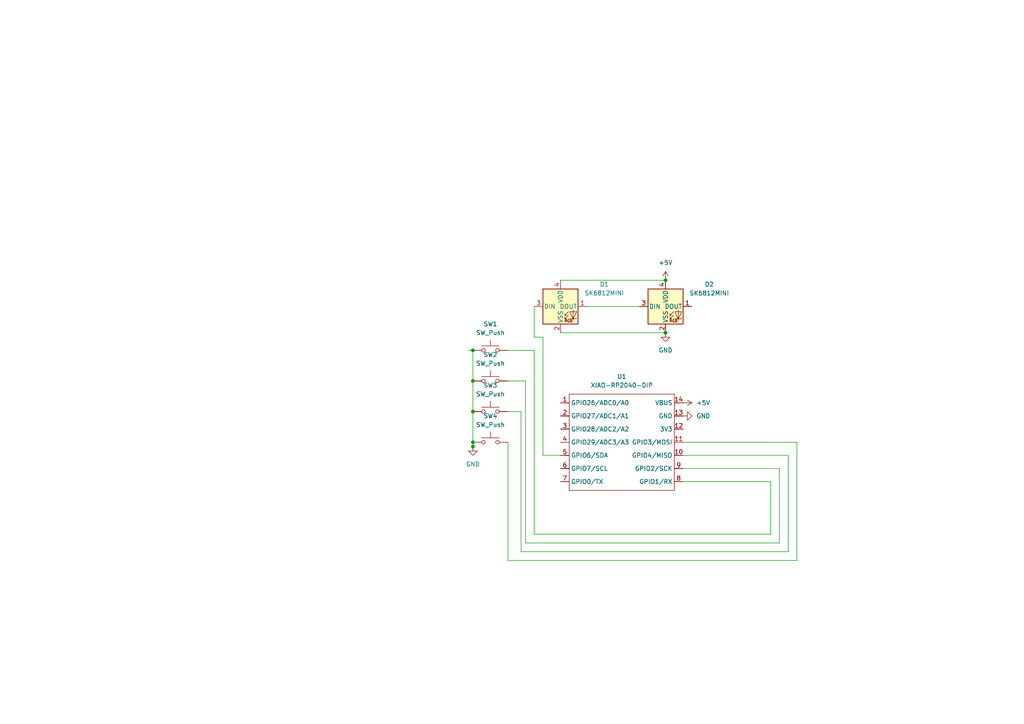
<source format=kicad_sch>
(kicad_sch
	(version 20250114)
	(generator "eeschema")
	(generator_version "9.0")
	(uuid "f419be78-21de-4b3d-8b80-8dd117e238b3")
	(paper "A4")
	(lib_symbols
		(symbol "LED:SK6812MINI"
			(pin_names
				(offset 0.254)
			)
			(exclude_from_sim no)
			(in_bom yes)
			(on_board yes)
			(property "Reference" "D"
				(at 5.08 5.715 0)
				(effects
					(font
						(size 1.27 1.27)
					)
					(justify right bottom)
				)
			)
			(property "Value" "SK6812MINI"
				(at 1.27 -5.715 0)
				(effects
					(font
						(size 1.27 1.27)
					)
					(justify left top)
				)
			)
			(property "Footprint" "LED_SMD:LED_SK6812MINI_PLCC4_3.5x3.5mm_P1.75mm"
				(at 1.27 -7.62 0)
				(effects
					(font
						(size 1.27 1.27)
					)
					(justify left top)
					(hide yes)
				)
			)
			(property "Datasheet" "https://cdn-shop.adafruit.com/product-files/2686/SK6812MINI_REV.01-1-2.pdf"
				(at 2.54 -9.525 0)
				(effects
					(font
						(size 1.27 1.27)
					)
					(justify left top)
					(hide yes)
				)
			)
			(property "Description" "RGB LED with integrated controller"
				(at 0 0 0)
				(effects
					(font
						(size 1.27 1.27)
					)
					(hide yes)
				)
			)
			(property "ki_keywords" "RGB LED NeoPixel Mini addressable"
				(at 0 0 0)
				(effects
					(font
						(size 1.27 1.27)
					)
					(hide yes)
				)
			)
			(property "ki_fp_filters" "LED*SK6812MINI*PLCC*3.5x3.5mm*P1.75mm*"
				(at 0 0 0)
				(effects
					(font
						(size 1.27 1.27)
					)
					(hide yes)
				)
			)
			(symbol "SK6812MINI_0_0"
				(text "RGB"
					(at 2.286 -4.191 0)
					(effects
						(font
							(size 0.762 0.762)
						)
					)
				)
			)
			(symbol "SK6812MINI_0_1"
				(polyline
					(pts
						(xy 1.27 -2.54) (xy 1.778 -2.54)
					)
					(stroke
						(width 0)
						(type default)
					)
					(fill
						(type none)
					)
				)
				(polyline
					(pts
						(xy 1.27 -3.556) (xy 1.778 -3.556)
					)
					(stroke
						(width 0)
						(type default)
					)
					(fill
						(type none)
					)
				)
				(polyline
					(pts
						(xy 2.286 -1.524) (xy 1.27 -2.54) (xy 1.27 -2.032)
					)
					(stroke
						(width 0)
						(type default)
					)
					(fill
						(type none)
					)
				)
				(polyline
					(pts
						(xy 2.286 -2.54) (xy 1.27 -3.556) (xy 1.27 -3.048)
					)
					(stroke
						(width 0)
						(type default)
					)
					(fill
						(type none)
					)
				)
				(polyline
					(pts
						(xy 3.683 -1.016) (xy 3.683 -3.556) (xy 3.683 -4.064)
					)
					(stroke
						(width 0)
						(type default)
					)
					(fill
						(type none)
					)
				)
				(polyline
					(pts
						(xy 4.699 -1.524) (xy 2.667 -1.524) (xy 3.683 -3.556) (xy 4.699 -1.524)
					)
					(stroke
						(width 0)
						(type default)
					)
					(fill
						(type none)
					)
				)
				(polyline
					(pts
						(xy 4.699 -3.556) (xy 2.667 -3.556)
					)
					(stroke
						(width 0)
						(type default)
					)
					(fill
						(type none)
					)
				)
				(rectangle
					(start 5.08 5.08)
					(end -5.08 -5.08)
					(stroke
						(width 0.254)
						(type default)
					)
					(fill
						(type background)
					)
				)
			)
			(symbol "SK6812MINI_1_1"
				(pin input line
					(at -7.62 0 0)
					(length 2.54)
					(name "DIN"
						(effects
							(font
								(size 1.27 1.27)
							)
						)
					)
					(number "3"
						(effects
							(font
								(size 1.27 1.27)
							)
						)
					)
				)
				(pin power_in line
					(at 0 7.62 270)
					(length 2.54)
					(name "VDD"
						(effects
							(font
								(size 1.27 1.27)
							)
						)
					)
					(number "4"
						(effects
							(font
								(size 1.27 1.27)
							)
						)
					)
				)
				(pin power_in line
					(at 0 -7.62 90)
					(length 2.54)
					(name "VSS"
						(effects
							(font
								(size 1.27 1.27)
							)
						)
					)
					(number "2"
						(effects
							(font
								(size 1.27 1.27)
							)
						)
					)
				)
				(pin output line
					(at 7.62 0 180)
					(length 2.54)
					(name "DOUT"
						(effects
							(font
								(size 1.27 1.27)
							)
						)
					)
					(number "1"
						(effects
							(font
								(size 1.27 1.27)
							)
						)
					)
				)
			)
			(embedded_fonts no)
		)
		(symbol "Switch:SW_Push"
			(pin_numbers
				(hide yes)
			)
			(pin_names
				(offset 1.016)
				(hide yes)
			)
			(exclude_from_sim no)
			(in_bom yes)
			(on_board yes)
			(property "Reference" "SW"
				(at 1.27 2.54 0)
				(effects
					(font
						(size 1.27 1.27)
					)
					(justify left)
				)
			)
			(property "Value" "SW_Push"
				(at 0 -1.524 0)
				(effects
					(font
						(size 1.27 1.27)
					)
				)
			)
			(property "Footprint" ""
				(at 0 5.08 0)
				(effects
					(font
						(size 1.27 1.27)
					)
					(hide yes)
				)
			)
			(property "Datasheet" "~"
				(at 0 5.08 0)
				(effects
					(font
						(size 1.27 1.27)
					)
					(hide yes)
				)
			)
			(property "Description" "Push button switch, generic, two pins"
				(at 0 0 0)
				(effects
					(font
						(size 1.27 1.27)
					)
					(hide yes)
				)
			)
			(property "ki_keywords" "switch normally-open pushbutton push-button"
				(at 0 0 0)
				(effects
					(font
						(size 1.27 1.27)
					)
					(hide yes)
				)
			)
			(symbol "SW_Push_0_1"
				(circle
					(center -2.032 0)
					(radius 0.508)
					(stroke
						(width 0)
						(type default)
					)
					(fill
						(type none)
					)
				)
				(polyline
					(pts
						(xy 0 1.27) (xy 0 3.048)
					)
					(stroke
						(width 0)
						(type default)
					)
					(fill
						(type none)
					)
				)
				(circle
					(center 2.032 0)
					(radius 0.508)
					(stroke
						(width 0)
						(type default)
					)
					(fill
						(type none)
					)
				)
				(polyline
					(pts
						(xy 2.54 1.27) (xy -2.54 1.27)
					)
					(stroke
						(width 0)
						(type default)
					)
					(fill
						(type none)
					)
				)
				(pin passive line
					(at -5.08 0 0)
					(length 2.54)
					(name "1"
						(effects
							(font
								(size 1.27 1.27)
							)
						)
					)
					(number "1"
						(effects
							(font
								(size 1.27 1.27)
							)
						)
					)
				)
				(pin passive line
					(at 5.08 0 180)
					(length 2.54)
					(name "2"
						(effects
							(font
								(size 1.27 1.27)
							)
						)
					)
					(number "2"
						(effects
							(font
								(size 1.27 1.27)
							)
						)
					)
				)
			)
			(embedded_fonts no)
		)
		(symbol "opl:XIAO-RP2040-DIP"
			(exclude_from_sim no)
			(in_bom yes)
			(on_board yes)
			(property "Reference" "U"
				(at 0 0 0)
				(effects
					(font
						(size 1.27 1.27)
					)
				)
			)
			(property "Value" "XIAO-RP2040-DIP"
				(at 5.334 -1.778 0)
				(effects
					(font
						(size 1.27 1.27)
					)
				)
			)
			(property "Footprint" "Module:MOUDLE14P-XIAO-DIP-SMD"
				(at 14.478 -32.258 0)
				(effects
					(font
						(size 1.27 1.27)
					)
					(hide yes)
				)
			)
			(property "Datasheet" ""
				(at 0 0 0)
				(effects
					(font
						(size 1.27 1.27)
					)
					(hide yes)
				)
			)
			(property "Description" ""
				(at 0 0 0)
				(effects
					(font
						(size 1.27 1.27)
					)
					(hide yes)
				)
			)
			(symbol "XIAO-RP2040-DIP_1_0"
				(polyline
					(pts
						(xy -1.27 -2.54) (xy 29.21 -2.54)
					)
					(stroke
						(width 0.1524)
						(type solid)
					)
					(fill
						(type none)
					)
				)
				(polyline
					(pts
						(xy -1.27 -5.08) (xy -2.54 -5.08)
					)
					(stroke
						(width 0.1524)
						(type solid)
					)
					(fill
						(type none)
					)
				)
				(polyline
					(pts
						(xy -1.27 -5.08) (xy -1.27 -2.54)
					)
					(stroke
						(width 0.1524)
						(type solid)
					)
					(fill
						(type none)
					)
				)
				(polyline
					(pts
						(xy -1.27 -8.89) (xy -2.54 -8.89)
					)
					(stroke
						(width 0.1524)
						(type solid)
					)
					(fill
						(type none)
					)
				)
				(polyline
					(pts
						(xy -1.27 -8.89) (xy -1.27 -5.08)
					)
					(stroke
						(width 0.1524)
						(type solid)
					)
					(fill
						(type none)
					)
				)
				(polyline
					(pts
						(xy -1.27 -12.7) (xy -2.54 -12.7)
					)
					(stroke
						(width 0.1524)
						(type solid)
					)
					(fill
						(type none)
					)
				)
				(polyline
					(pts
						(xy -1.27 -12.7) (xy -1.27 -8.89)
					)
					(stroke
						(width 0.1524)
						(type solid)
					)
					(fill
						(type none)
					)
				)
				(polyline
					(pts
						(xy -1.27 -16.51) (xy -2.54 -16.51)
					)
					(stroke
						(width 0.1524)
						(type solid)
					)
					(fill
						(type none)
					)
				)
				(polyline
					(pts
						(xy -1.27 -16.51) (xy -1.27 -12.7)
					)
					(stroke
						(width 0.1524)
						(type solid)
					)
					(fill
						(type none)
					)
				)
				(polyline
					(pts
						(xy -1.27 -20.32) (xy -2.54 -20.32)
					)
					(stroke
						(width 0.1524)
						(type solid)
					)
					(fill
						(type none)
					)
				)
				(polyline
					(pts
						(xy -1.27 -24.13) (xy -2.54 -24.13)
					)
					(stroke
						(width 0.1524)
						(type solid)
					)
					(fill
						(type none)
					)
				)
				(polyline
					(pts
						(xy -1.27 -27.94) (xy -2.54 -27.94)
					)
					(stroke
						(width 0.1524)
						(type solid)
					)
					(fill
						(type none)
					)
				)
				(polyline
					(pts
						(xy -1.27 -30.48) (xy -1.27 -16.51)
					)
					(stroke
						(width 0.1524)
						(type solid)
					)
					(fill
						(type none)
					)
				)
				(polyline
					(pts
						(xy 29.21 -2.54) (xy 29.21 -5.08)
					)
					(stroke
						(width 0.1524)
						(type solid)
					)
					(fill
						(type none)
					)
				)
				(polyline
					(pts
						(xy 29.21 -5.08) (xy 29.21 -8.89)
					)
					(stroke
						(width 0.1524)
						(type solid)
					)
					(fill
						(type none)
					)
				)
				(polyline
					(pts
						(xy 29.21 -8.89) (xy 29.21 -12.7)
					)
					(stroke
						(width 0.1524)
						(type solid)
					)
					(fill
						(type none)
					)
				)
				(polyline
					(pts
						(xy 29.21 -12.7) (xy 29.21 -30.48)
					)
					(stroke
						(width 0.1524)
						(type solid)
					)
					(fill
						(type none)
					)
				)
				(polyline
					(pts
						(xy 29.21 -30.48) (xy -1.27 -30.48)
					)
					(stroke
						(width 0.1524)
						(type solid)
					)
					(fill
						(type none)
					)
				)
				(polyline
					(pts
						(xy 30.48 -5.08) (xy 29.21 -5.08)
					)
					(stroke
						(width 0.1524)
						(type solid)
					)
					(fill
						(type none)
					)
				)
				(polyline
					(pts
						(xy 30.48 -8.89) (xy 29.21 -8.89)
					)
					(stroke
						(width 0.1524)
						(type solid)
					)
					(fill
						(type none)
					)
				)
				(polyline
					(pts
						(xy 30.48 -12.7) (xy 29.21 -12.7)
					)
					(stroke
						(width 0.1524)
						(type solid)
					)
					(fill
						(type none)
					)
				)
				(polyline
					(pts
						(xy 30.48 -16.51) (xy 29.21 -16.51)
					)
					(stroke
						(width 0.1524)
						(type solid)
					)
					(fill
						(type none)
					)
				)
				(polyline
					(pts
						(xy 30.48 -20.32) (xy 29.21 -20.32)
					)
					(stroke
						(width 0.1524)
						(type solid)
					)
					(fill
						(type none)
					)
				)
				(polyline
					(pts
						(xy 30.48 -24.13) (xy 29.21 -24.13)
					)
					(stroke
						(width 0.1524)
						(type solid)
					)
					(fill
						(type none)
					)
				)
				(polyline
					(pts
						(xy 30.48 -27.94) (xy 29.21 -27.94)
					)
					(stroke
						(width 0.1524)
						(type solid)
					)
					(fill
						(type none)
					)
				)
				(pin passive line
					(at -3.81 -5.08 0)
					(length 2.54)
					(name "GPIO26/ADC0/A0"
						(effects
							(font
								(size 1.27 1.27)
							)
						)
					)
					(number "1"
						(effects
							(font
								(size 1.27 1.27)
							)
						)
					)
				)
				(pin passive line
					(at -3.81 -8.89 0)
					(length 2.54)
					(name "GPIO27/ADC1/A1"
						(effects
							(font
								(size 1.27 1.27)
							)
						)
					)
					(number "2"
						(effects
							(font
								(size 1.27 1.27)
							)
						)
					)
				)
				(pin passive line
					(at -3.81 -12.7 0)
					(length 2.54)
					(name "GPIO28/ADC2/A2"
						(effects
							(font
								(size 1.27 1.27)
							)
						)
					)
					(number "3"
						(effects
							(font
								(size 1.27 1.27)
							)
						)
					)
				)
				(pin passive line
					(at -3.81 -16.51 0)
					(length 2.54)
					(name "GPIO29/ADC3/A3"
						(effects
							(font
								(size 1.27 1.27)
							)
						)
					)
					(number "4"
						(effects
							(font
								(size 1.27 1.27)
							)
						)
					)
				)
				(pin passive line
					(at -3.81 -20.32 0)
					(length 2.54)
					(name "GPIO6/SDA"
						(effects
							(font
								(size 1.27 1.27)
							)
						)
					)
					(number "5"
						(effects
							(font
								(size 1.27 1.27)
							)
						)
					)
				)
				(pin passive line
					(at -3.81 -24.13 0)
					(length 2.54)
					(name "GPIO7/SCL"
						(effects
							(font
								(size 1.27 1.27)
							)
						)
					)
					(number "6"
						(effects
							(font
								(size 1.27 1.27)
							)
						)
					)
				)
				(pin passive line
					(at -3.81 -27.94 0)
					(length 2.54)
					(name "GPIO0/TX"
						(effects
							(font
								(size 1.27 1.27)
							)
						)
					)
					(number "7"
						(effects
							(font
								(size 1.27 1.27)
							)
						)
					)
				)
				(pin passive line
					(at 31.75 -5.08 180)
					(length 2.54)
					(name "VBUS"
						(effects
							(font
								(size 1.27 1.27)
							)
						)
					)
					(number "14"
						(effects
							(font
								(size 1.27 1.27)
							)
						)
					)
				)
				(pin passive line
					(at 31.75 -8.89 180)
					(length 2.54)
					(name "GND"
						(effects
							(font
								(size 1.27 1.27)
							)
						)
					)
					(number "13"
						(effects
							(font
								(size 1.27 1.27)
							)
						)
					)
				)
				(pin passive line
					(at 31.75 -12.7 180)
					(length 2.54)
					(name "3V3"
						(effects
							(font
								(size 1.27 1.27)
							)
						)
					)
					(number "12"
						(effects
							(font
								(size 1.27 1.27)
							)
						)
					)
				)
				(pin passive line
					(at 31.75 -16.51 180)
					(length 2.54)
					(name "GPIO3/MOSI"
						(effects
							(font
								(size 1.27 1.27)
							)
						)
					)
					(number "11"
						(effects
							(font
								(size 1.27 1.27)
							)
						)
					)
				)
				(pin passive line
					(at 31.75 -20.32 180)
					(length 2.54)
					(name "GPIO4/MISO"
						(effects
							(font
								(size 1.27 1.27)
							)
						)
					)
					(number "10"
						(effects
							(font
								(size 1.27 1.27)
							)
						)
					)
				)
				(pin passive line
					(at 31.75 -24.13 180)
					(length 2.54)
					(name "GPIO2/SCK"
						(effects
							(font
								(size 1.27 1.27)
							)
						)
					)
					(number "9"
						(effects
							(font
								(size 1.27 1.27)
							)
						)
					)
				)
				(pin passive line
					(at 31.75 -27.94 180)
					(length 2.54)
					(name "GPIO1/RX"
						(effects
							(font
								(size 1.27 1.27)
							)
						)
					)
					(number "8"
						(effects
							(font
								(size 1.27 1.27)
							)
						)
					)
				)
			)
			(embedded_fonts no)
		)
		(symbol "power:+5V"
			(power)
			(pin_numbers
				(hide yes)
			)
			(pin_names
				(offset 0)
				(hide yes)
			)
			(exclude_from_sim no)
			(in_bom yes)
			(on_board yes)
			(property "Reference" "#PWR"
				(at 0 -3.81 0)
				(effects
					(font
						(size 1.27 1.27)
					)
					(hide yes)
				)
			)
			(property "Value" "+5V"
				(at 0 3.556 0)
				(effects
					(font
						(size 1.27 1.27)
					)
				)
			)
			(property "Footprint" ""
				(at 0 0 0)
				(effects
					(font
						(size 1.27 1.27)
					)
					(hide yes)
				)
			)
			(property "Datasheet" ""
				(at 0 0 0)
				(effects
					(font
						(size 1.27 1.27)
					)
					(hide yes)
				)
			)
			(property "Description" "Power symbol creates a global label with name \"+5V\""
				(at 0 0 0)
				(effects
					(font
						(size 1.27 1.27)
					)
					(hide yes)
				)
			)
			(property "ki_keywords" "global power"
				(at 0 0 0)
				(effects
					(font
						(size 1.27 1.27)
					)
					(hide yes)
				)
			)
			(symbol "+5V_0_1"
				(polyline
					(pts
						(xy -0.762 1.27) (xy 0 2.54)
					)
					(stroke
						(width 0)
						(type default)
					)
					(fill
						(type none)
					)
				)
				(polyline
					(pts
						(xy 0 2.54) (xy 0.762 1.27)
					)
					(stroke
						(width 0)
						(type default)
					)
					(fill
						(type none)
					)
				)
				(polyline
					(pts
						(xy 0 0) (xy 0 2.54)
					)
					(stroke
						(width 0)
						(type default)
					)
					(fill
						(type none)
					)
				)
			)
			(symbol "+5V_1_1"
				(pin power_in line
					(at 0 0 90)
					(length 0)
					(name "~"
						(effects
							(font
								(size 1.27 1.27)
							)
						)
					)
					(number "1"
						(effects
							(font
								(size 1.27 1.27)
							)
						)
					)
				)
			)
			(embedded_fonts no)
		)
		(symbol "power:GND"
			(power)
			(pin_numbers
				(hide yes)
			)
			(pin_names
				(offset 0)
				(hide yes)
			)
			(exclude_from_sim no)
			(in_bom yes)
			(on_board yes)
			(property "Reference" "#PWR"
				(at 0 -6.35 0)
				(effects
					(font
						(size 1.27 1.27)
					)
					(hide yes)
				)
			)
			(property "Value" "GND"
				(at 0 -3.81 0)
				(effects
					(font
						(size 1.27 1.27)
					)
				)
			)
			(property "Footprint" ""
				(at 0 0 0)
				(effects
					(font
						(size 1.27 1.27)
					)
					(hide yes)
				)
			)
			(property "Datasheet" ""
				(at 0 0 0)
				(effects
					(font
						(size 1.27 1.27)
					)
					(hide yes)
				)
			)
			(property "Description" "Power symbol creates a global label with name \"GND\" , ground"
				(at 0 0 0)
				(effects
					(font
						(size 1.27 1.27)
					)
					(hide yes)
				)
			)
			(property "ki_keywords" "global power"
				(at 0 0 0)
				(effects
					(font
						(size 1.27 1.27)
					)
					(hide yes)
				)
			)
			(symbol "GND_0_1"
				(polyline
					(pts
						(xy 0 0) (xy 0 -1.27) (xy 1.27 -1.27) (xy 0 -2.54) (xy -1.27 -1.27) (xy 0 -1.27)
					)
					(stroke
						(width 0)
						(type default)
					)
					(fill
						(type none)
					)
				)
			)
			(symbol "GND_1_1"
				(pin power_in line
					(at 0 0 270)
					(length 0)
					(name "~"
						(effects
							(font
								(size 1.27 1.27)
							)
						)
					)
					(number "1"
						(effects
							(font
								(size 1.27 1.27)
							)
						)
					)
				)
			)
			(embedded_fonts no)
		)
	)
	(junction
		(at 137.16 119.38)
		(diameter 0)
		(color 0 0 0 0)
		(uuid "2393888b-2f4b-4022-9a27-9c8470862d79")
	)
	(junction
		(at 137.16 110.49)
		(diameter 0)
		(color 0 0 0 0)
		(uuid "6d3b91c7-e78d-4aec-b46b-1c1fa625ce76")
	)
	(junction
		(at 137.16 128.27)
		(diameter 0)
		(color 0 0 0 0)
		(uuid "a2487bc8-190f-4d9c-8a8e-9f4dfad7605c")
	)
	(junction
		(at 137.16 101.6)
		(diameter 0)
		(color 0 0 0 0)
		(uuid "c7c4cc72-5945-4a14-b0e0-15dec01064ee")
	)
	(junction
		(at 137.16 129.54)
		(diameter 0)
		(color 0 0 0 0)
		(uuid "d0cfd7fc-587f-44e6-852c-6eab041d04e7")
	)
	(junction
		(at 193.04 81.28)
		(diameter 0)
		(color 0 0 0 0)
		(uuid "d71e5cac-35df-4812-9ad1-9359bf6007f1")
	)
	(junction
		(at 193.04 96.52)
		(diameter 0)
		(color 0 0 0 0)
		(uuid "f3dcd31b-b254-4e2a-ae91-6715d64996ab")
	)
	(wire
		(pts
			(xy 228.6 160.02) (xy 151.13 160.02)
		)
		(stroke
			(width 0)
			(type default)
		)
		(uuid "00f2299c-1ee4-422d-bda1-093cb723641b")
	)
	(wire
		(pts
			(xy 231.14 128.27) (xy 231.14 162.56)
		)
		(stroke
			(width 0)
			(type default)
		)
		(uuid "09abfaa4-e55c-483e-8b7e-65eefb3ba6cd")
	)
	(wire
		(pts
			(xy 223.52 139.7) (xy 223.52 154.94)
		)
		(stroke
			(width 0)
			(type default)
		)
		(uuid "0dcd38ee-9898-4365-9877-f0ace756ae60")
	)
	(wire
		(pts
			(xy 198.12 132.08) (xy 228.6 132.08)
		)
		(stroke
			(width 0)
			(type default)
		)
		(uuid "13b0dfae-e0f9-4d25-aeb1-7bec8db5b98e")
	)
	(wire
		(pts
			(xy 228.6 132.08) (xy 228.6 160.02)
		)
		(stroke
			(width 0)
			(type default)
		)
		(uuid "2f7764db-5523-4a8c-8e16-ddbb62dec902")
	)
	(wire
		(pts
			(xy 198.12 128.27) (xy 231.14 128.27)
		)
		(stroke
			(width 0)
			(type default)
		)
		(uuid "33501a49-431c-491a-a19f-2be07375b1fe")
	)
	(wire
		(pts
			(xy 162.56 81.28) (xy 193.04 81.28)
		)
		(stroke
			(width 0)
			(type default)
		)
		(uuid "3ab5bc82-a987-4437-8660-9d0505d0b8b2")
	)
	(wire
		(pts
			(xy 154.94 97.79) (xy 154.94 88.9)
		)
		(stroke
			(width 0)
			(type default)
		)
		(uuid "43f7c038-031a-41dd-80de-cd78fc1180e7")
	)
	(wire
		(pts
			(xy 154.94 101.6) (xy 147.32 101.6)
		)
		(stroke
			(width 0)
			(type default)
		)
		(uuid "53cb2e7d-aaf6-41ec-90f2-09c2f5cba100")
	)
	(wire
		(pts
			(xy 162.56 132.08) (xy 157.48 132.08)
		)
		(stroke
			(width 0)
			(type default)
		)
		(uuid "5efba0b7-b260-4e8e-a7e9-7d12e682aa0f")
	)
	(wire
		(pts
			(xy 137.16 119.38) (xy 137.16 128.27)
		)
		(stroke
			(width 0)
			(type default)
		)
		(uuid "63b503a8-6baa-45ff-97b7-edfdaec43823")
	)
	(wire
		(pts
			(xy 157.48 132.08) (xy 157.48 97.79)
		)
		(stroke
			(width 0)
			(type default)
		)
		(uuid "68f4e872-a8ad-4423-8ac9-d978dcc9ac76")
	)
	(wire
		(pts
			(xy 137.16 129.54) (xy 137.16 130.81)
		)
		(stroke
			(width 0)
			(type default)
		)
		(uuid "70974d68-35b8-4cdd-96de-686fa428c899")
	)
	(wire
		(pts
			(xy 147.32 162.56) (xy 147.32 128.27)
		)
		(stroke
			(width 0)
			(type default)
		)
		(uuid "74852472-ff23-4258-87e9-9fc607c6006d")
	)
	(wire
		(pts
			(xy 157.48 97.79) (xy 154.94 97.79)
		)
		(stroke
			(width 0)
			(type default)
		)
		(uuid "7a640187-724b-4747-b1a3-f0eb24a3159e")
	)
	(wire
		(pts
			(xy 151.13 160.02) (xy 151.13 119.38)
		)
		(stroke
			(width 0)
			(type default)
		)
		(uuid "7e933fc6-54d8-4cad-b128-30d0e46a19c0")
	)
	(wire
		(pts
			(xy 137.16 101.6) (xy 135.89 101.6)
		)
		(stroke
			(width 0)
			(type default)
		)
		(uuid "85403bbe-d65f-42ab-8e8b-5824b1cc071f")
	)
	(wire
		(pts
			(xy 152.4 110.49) (xy 147.32 110.49)
		)
		(stroke
			(width 0)
			(type default)
		)
		(uuid "8b537e2c-32f9-4e2b-a69d-0fb6f7b91309")
	)
	(wire
		(pts
			(xy 198.12 135.89) (xy 226.06 135.89)
		)
		(stroke
			(width 0)
			(type default)
		)
		(uuid "952e12d8-f264-4553-9d3b-92cd472446d0")
	)
	(wire
		(pts
			(xy 137.16 101.6) (xy 137.16 110.49)
		)
		(stroke
			(width 0)
			(type default)
		)
		(uuid "a0e16a20-fb44-45da-9b21-ef31cf1d974a")
	)
	(wire
		(pts
			(xy 137.16 128.27) (xy 137.16 129.54)
		)
		(stroke
			(width 0)
			(type default)
		)
		(uuid "accb3942-4a4f-4dc7-9b6a-3854c410ff45")
	)
	(wire
		(pts
			(xy 226.06 135.89) (xy 226.06 157.48)
		)
		(stroke
			(width 0)
			(type default)
		)
		(uuid "ad9a8757-18ae-4470-8b7b-a6c92d5c69e5")
	)
	(wire
		(pts
			(xy 226.06 157.48) (xy 152.4 157.48)
		)
		(stroke
			(width 0)
			(type default)
		)
		(uuid "adf6ecb2-94e8-4ce2-b7d2-3b05a13ac8bd")
	)
	(wire
		(pts
			(xy 162.56 96.52) (xy 193.04 96.52)
		)
		(stroke
			(width 0)
			(type default)
		)
		(uuid "b223ce65-2805-4c9e-b248-4bbe9935bb6b")
	)
	(wire
		(pts
			(xy 170.18 88.9) (xy 185.42 88.9)
		)
		(stroke
			(width 0)
			(type default)
		)
		(uuid "b6d0df76-f86d-4b81-9c52-a22e68df0c30")
	)
	(wire
		(pts
			(xy 198.12 139.7) (xy 223.52 139.7)
		)
		(stroke
			(width 0)
			(type default)
		)
		(uuid "c0059b27-4b04-4c9b-b328-f9189ccf75d2")
	)
	(wire
		(pts
			(xy 137.16 110.49) (xy 137.16 119.38)
		)
		(stroke
			(width 0)
			(type default)
		)
		(uuid "c78abde2-c9f9-4217-8a02-0e4f3321b391")
	)
	(wire
		(pts
			(xy 231.14 162.56) (xy 147.32 162.56)
		)
		(stroke
			(width 0)
			(type default)
		)
		(uuid "c98b8a32-8bb3-4752-b663-9d60f90ff77a")
	)
	(wire
		(pts
			(xy 147.32 119.38) (xy 151.13 119.38)
		)
		(stroke
			(width 0)
			(type default)
		)
		(uuid "e96c9bfc-e8ce-46af-8df6-dd1c83afccb5")
	)
	(wire
		(pts
			(xy 154.94 154.94) (xy 154.94 101.6)
		)
		(stroke
			(width 0)
			(type default)
		)
		(uuid "eaba4438-5c3d-49fa-9096-7c22ba9b716f")
	)
	(wire
		(pts
			(xy 152.4 157.48) (xy 152.4 110.49)
		)
		(stroke
			(width 0)
			(type default)
		)
		(uuid "f6ab0d1b-ab89-4de6-bf96-a81becf7a0aa")
	)
	(wire
		(pts
			(xy 223.52 154.94) (xy 154.94 154.94)
		)
		(stroke
			(width 0)
			(type default)
		)
		(uuid "ffd03ee1-ef51-4d59-b1fd-f055fe5ba08f")
	)
	(symbol
		(lib_id "power:GND")
		(at 198.12 120.65 90)
		(unit 1)
		(exclude_from_sim no)
		(in_bom yes)
		(on_board yes)
		(dnp no)
		(fields_autoplaced yes)
		(uuid "04178363-dd5a-4c22-9994-7e6137e664d0")
		(property "Reference" "#PWR02"
			(at 204.47 120.65 0)
			(effects
				(font
					(size 1.27 1.27)
				)
				(hide yes)
			)
		)
		(property "Value" "GND"
			(at 201.93 120.6499 90)
			(effects
				(font
					(size 1.27 1.27)
				)
				(justify right)
			)
		)
		(property "Footprint" ""
			(at 198.12 120.65 0)
			(effects
				(font
					(size 1.27 1.27)
				)
				(hide yes)
			)
		)
		(property "Datasheet" ""
			(at 198.12 120.65 0)
			(effects
				(font
					(size 1.27 1.27)
				)
				(hide yes)
			)
		)
		(property "Description" "Power symbol creates a global label with name \"GND\" , ground"
			(at 198.12 120.65 0)
			(effects
				(font
					(size 1.27 1.27)
				)
				(hide yes)
			)
		)
		(pin "1"
			(uuid "e442704e-5e31-424c-9036-bb8234ea9b24")
		)
		(instances
			(project ""
				(path "/f419be78-21de-4b3d-8b80-8dd117e238b3"
					(reference "#PWR02")
					(unit 1)
				)
			)
		)
	)
	(symbol
		(lib_id "power:GND")
		(at 137.16 129.54 0)
		(unit 1)
		(exclude_from_sim no)
		(in_bom yes)
		(on_board yes)
		(dnp no)
		(fields_autoplaced yes)
		(uuid "0423441b-87c4-41a7-91e1-4b920add5805")
		(property "Reference" "#PWR01"
			(at 137.16 135.89 0)
			(effects
				(font
					(size 1.27 1.27)
				)
				(hide yes)
			)
		)
		(property "Value" "GND"
			(at 137.16 134.62 0)
			(effects
				(font
					(size 1.27 1.27)
				)
			)
		)
		(property "Footprint" ""
			(at 137.16 129.54 0)
			(effects
				(font
					(size 1.27 1.27)
				)
				(hide yes)
			)
		)
		(property "Datasheet" ""
			(at 137.16 129.54 0)
			(effects
				(font
					(size 1.27 1.27)
				)
				(hide yes)
			)
		)
		(property "Description" "Power symbol creates a global label with name \"GND\" , ground"
			(at 137.16 129.54 0)
			(effects
				(font
					(size 1.27 1.27)
				)
				(hide yes)
			)
		)
		(pin "1"
			(uuid "1f1a72da-a706-402a-ab77-284111680004")
		)
		(instances
			(project ""
				(path "/f419be78-21de-4b3d-8b80-8dd117e238b3"
					(reference "#PWR01")
					(unit 1)
				)
			)
		)
	)
	(symbol
		(lib_id "Switch:SW_Push")
		(at 142.24 110.49 0)
		(unit 1)
		(exclude_from_sim no)
		(in_bom yes)
		(on_board yes)
		(dnp no)
		(fields_autoplaced yes)
		(uuid "092afed1-3166-4b11-bb1a-7e3330510521")
		(property "Reference" "SW2"
			(at 142.24 102.87 0)
			(effects
				(font
					(size 1.27 1.27)
				)
			)
		)
		(property "Value" "SW_Push"
			(at 142.24 105.41 0)
			(effects
				(font
					(size 1.27 1.27)
				)
			)
		)
		(property "Footprint" "Button_Switch_Keyboard:SW_Cherry_MX_1.00u_PCB"
			(at 142.24 105.41 0)
			(effects
				(font
					(size 1.27 1.27)
				)
				(hide yes)
			)
		)
		(property "Datasheet" "~"
			(at 142.24 105.41 0)
			(effects
				(font
					(size 1.27 1.27)
				)
				(hide yes)
			)
		)
		(property "Description" "Push button switch, generic, two pins"
			(at 142.24 110.49 0)
			(effects
				(font
					(size 1.27 1.27)
				)
				(hide yes)
			)
		)
		(pin "2"
			(uuid "f73eb4f6-966d-4a00-9b02-ac39d503568c")
		)
		(pin "1"
			(uuid "127c1acc-42e0-450a-b831-31b6daa7a8b7")
		)
		(instances
			(project ""
				(path "/f419be78-21de-4b3d-8b80-8dd117e238b3"
					(reference "SW2")
					(unit 1)
				)
			)
		)
	)
	(symbol
		(lib_id "LED:SK6812MINI")
		(at 162.56 88.9 0)
		(unit 1)
		(exclude_from_sim no)
		(in_bom yes)
		(on_board yes)
		(dnp no)
		(fields_autoplaced yes)
		(uuid "24c0cd56-77d9-4625-a265-b71dda24196f")
		(property "Reference" "D1"
			(at 175.26 82.4798 0)
			(effects
				(font
					(size 1.27 1.27)
				)
			)
		)
		(property "Value" "SK6812MINI"
			(at 175.26 85.0198 0)
			(effects
				(font
					(size 1.27 1.27)
				)
			)
		)
		(property "Footprint" "LED_SMD:LED_SK6812MINI_PLCC4_3.5x3.5mm_P1.75mm"
			(at 163.83 96.52 0)
			(effects
				(font
					(size 1.27 1.27)
				)
				(justify left top)
				(hide yes)
			)
		)
		(property "Datasheet" "https://cdn-shop.adafruit.com/product-files/2686/SK6812MINI_REV.01-1-2.pdf"
			(at 165.1 98.425 0)
			(effects
				(font
					(size 1.27 1.27)
				)
				(justify left top)
				(hide yes)
			)
		)
		(property "Description" "RGB LED with integrated controller"
			(at 162.56 88.9 0)
			(effects
				(font
					(size 1.27 1.27)
				)
				(hide yes)
			)
		)
		(pin "3"
			(uuid "9a399589-bc0b-472d-af34-91df1d3702f8")
		)
		(pin "2"
			(uuid "a6e89e77-9c72-45c3-84cd-f7dda58ca255")
		)
		(pin "4"
			(uuid "b5daae7b-e0ee-4ab7-92fc-7794ff0a07cc")
		)
		(pin "1"
			(uuid "cb4df7e5-69cf-4199-89bc-4449725852ad")
		)
		(instances
			(project ""
				(path "/f419be78-21de-4b3d-8b80-8dd117e238b3"
					(reference "D1")
					(unit 1)
				)
			)
		)
	)
	(symbol
		(lib_id "opl:XIAO-RP2040-DIP")
		(at 166.37 111.76 0)
		(unit 1)
		(exclude_from_sim no)
		(in_bom yes)
		(on_board yes)
		(dnp no)
		(fields_autoplaced yes)
		(uuid "37b6ddfe-ec5f-417c-9152-9196822021aa")
		(property "Reference" "U1"
			(at 180.34 109.22 0)
			(effects
				(font
					(size 1.27 1.27)
				)
			)
		)
		(property "Value" "XIAO-RP2040-DIP"
			(at 180.34 111.76 0)
			(effects
				(font
					(size 1.27 1.27)
				)
			)
		)
		(property "Footprint" "opl:XIAO-RP2040-DIP"
			(at 180.848 144.018 0)
			(effects
				(font
					(size 1.27 1.27)
				)
				(hide yes)
			)
		)
		(property "Datasheet" ""
			(at 166.37 111.76 0)
			(effects
				(font
					(size 1.27 1.27)
				)
				(hide yes)
			)
		)
		(property "Description" ""
			(at 166.37 111.76 0)
			(effects
				(font
					(size 1.27 1.27)
				)
				(hide yes)
			)
		)
		(pin "14"
			(uuid "4b78c45d-96f7-48d3-8df0-bb3cb12f03f2")
		)
		(pin "2"
			(uuid "f2d97953-8359-4e4c-a554-970805d64f27")
		)
		(pin "3"
			(uuid "6e234db2-4883-421f-99b9-e7a45b777409")
		)
		(pin "4"
			(uuid "04b7cd0a-d8f6-48ad-b638-dc7b7c9bc3c2")
		)
		(pin "1"
			(uuid "0ad19554-ee52-4429-af31-025a8a9b3be5")
		)
		(pin "5"
			(uuid "4382332a-a2ff-462b-a6d9-3b150fa6a177")
		)
		(pin "6"
			(uuid "f755581d-cf7b-472a-ba52-48690edf0f9f")
		)
		(pin "7"
			(uuid "1f68fa9a-5a0e-4d00-aa54-9d6318756305")
		)
		(pin "8"
			(uuid "47a8b2b4-75ff-4a27-9b35-6885d4f16744")
		)
		(pin "10"
			(uuid "0aca1993-e382-4bcf-a11c-61bbc2821c37")
		)
		(pin "13"
			(uuid "80c1149a-5593-447e-86ed-ac4b1be47089")
		)
		(pin "11"
			(uuid "9d3aff7a-5afa-400e-9a00-ffb54e6089f7")
		)
		(pin "9"
			(uuid "59287d4d-ebff-4bb1-83ee-a0bbcb2ae09d")
		)
		(pin "12"
			(uuid "b80ed63d-0e32-4a1f-a675-1d751b85cee9")
		)
		(instances
			(project ""
				(path "/f419be78-21de-4b3d-8b80-8dd117e238b3"
					(reference "U1")
					(unit 1)
				)
			)
		)
	)
	(symbol
		(lib_id "Switch:SW_Push")
		(at 142.24 119.38 0)
		(unit 1)
		(exclude_from_sim no)
		(in_bom yes)
		(on_board yes)
		(dnp no)
		(fields_autoplaced yes)
		(uuid "4267406b-926e-43b4-980f-8bfd775ca6b1")
		(property "Reference" "SW3"
			(at 142.24 111.76 0)
			(effects
				(font
					(size 1.27 1.27)
				)
			)
		)
		(property "Value" "SW_Push"
			(at 142.24 114.3 0)
			(effects
				(font
					(size 1.27 1.27)
				)
			)
		)
		(property "Footprint" "Button_Switch_Keyboard:SW_Cherry_MX_1.00u_PCB"
			(at 142.24 114.3 0)
			(effects
				(font
					(size 1.27 1.27)
				)
				(hide yes)
			)
		)
		(property "Datasheet" "~"
			(at 142.24 114.3 0)
			(effects
				(font
					(size 1.27 1.27)
				)
				(hide yes)
			)
		)
		(property "Description" "Push button switch, generic, two pins"
			(at 142.24 119.38 0)
			(effects
				(font
					(size 1.27 1.27)
				)
				(hide yes)
			)
		)
		(pin "2"
			(uuid "27b4df13-c587-4879-b3e5-68c84043e692")
		)
		(pin "1"
			(uuid "3bf9b3af-ab4a-4f7e-966a-e895dc2b0781")
		)
		(instances
			(project ""
				(path "/f419be78-21de-4b3d-8b80-8dd117e238b3"
					(reference "SW3")
					(unit 1)
				)
			)
		)
	)
	(symbol
		(lib_id "power:+5V")
		(at 198.12 116.84 270)
		(unit 1)
		(exclude_from_sim no)
		(in_bom yes)
		(on_board yes)
		(dnp no)
		(fields_autoplaced yes)
		(uuid "42cdebfb-c2c3-4bec-a171-502006f4b240")
		(property "Reference" "#PWR03"
			(at 194.31 116.84 0)
			(effects
				(font
					(size 1.27 1.27)
				)
				(hide yes)
			)
		)
		(property "Value" "+5V"
			(at 201.93 116.8399 90)
			(effects
				(font
					(size 1.27 1.27)
				)
				(justify left)
			)
		)
		(property "Footprint" ""
			(at 198.12 116.84 0)
			(effects
				(font
					(size 1.27 1.27)
				)
				(hide yes)
			)
		)
		(property "Datasheet" ""
			(at 198.12 116.84 0)
			(effects
				(font
					(size 1.27 1.27)
				)
				(hide yes)
			)
		)
		(property "Description" "Power symbol creates a global label with name \"+5V\""
			(at 198.12 116.84 0)
			(effects
				(font
					(size 1.27 1.27)
				)
				(hide yes)
			)
		)
		(pin "1"
			(uuid "fa0218ef-e7f8-4fde-a2f8-b0e94284b6b6")
		)
		(instances
			(project ""
				(path "/f419be78-21de-4b3d-8b80-8dd117e238b3"
					(reference "#PWR03")
					(unit 1)
				)
			)
		)
	)
	(symbol
		(lib_id "Switch:SW_Push")
		(at 142.24 101.6 0)
		(unit 1)
		(exclude_from_sim no)
		(in_bom yes)
		(on_board yes)
		(dnp no)
		(fields_autoplaced yes)
		(uuid "56271c9c-c1de-4526-a346-1737d756c528")
		(property "Reference" "SW1"
			(at 142.24 93.98 0)
			(effects
				(font
					(size 1.27 1.27)
				)
			)
		)
		(property "Value" "SW_Push"
			(at 142.24 96.52 0)
			(effects
				(font
					(size 1.27 1.27)
				)
			)
		)
		(property "Footprint" "Button_Switch_Keyboard:SW_Cherry_MX_1.00u_PCB"
			(at 142.24 96.52 0)
			(effects
				(font
					(size 1.27 1.27)
				)
				(hide yes)
			)
		)
		(property "Datasheet" "~"
			(at 142.24 96.52 0)
			(effects
				(font
					(size 1.27 1.27)
				)
				(hide yes)
			)
		)
		(property "Description" "Push button switch, generic, two pins"
			(at 142.24 101.6 0)
			(effects
				(font
					(size 1.27 1.27)
				)
				(hide yes)
			)
		)
		(pin "1"
			(uuid "b06e2bf0-bd30-4728-84bf-9f9ba45119da")
		)
		(pin "2"
			(uuid "cc9d49dd-2967-4b22-96cb-5d3402173b49")
		)
		(instances
			(project ""
				(path "/f419be78-21de-4b3d-8b80-8dd117e238b3"
					(reference "SW1")
					(unit 1)
				)
			)
		)
	)
	(symbol
		(lib_id "power:GND")
		(at 193.04 96.52 0)
		(unit 1)
		(exclude_from_sim no)
		(in_bom yes)
		(on_board yes)
		(dnp no)
		(fields_autoplaced yes)
		(uuid "621334c0-89ca-4603-bff2-c95a829332af")
		(property "Reference" "#PWR05"
			(at 193.04 102.87 0)
			(effects
				(font
					(size 1.27 1.27)
				)
				(hide yes)
			)
		)
		(property "Value" "GND"
			(at 193.04 101.6 0)
			(effects
				(font
					(size 1.27 1.27)
				)
			)
		)
		(property "Footprint" ""
			(at 193.04 96.52 0)
			(effects
				(font
					(size 1.27 1.27)
				)
				(hide yes)
			)
		)
		(property "Datasheet" ""
			(at 193.04 96.52 0)
			(effects
				(font
					(size 1.27 1.27)
				)
				(hide yes)
			)
		)
		(property "Description" "Power symbol creates a global label with name \"GND\" , ground"
			(at 193.04 96.52 0)
			(effects
				(font
					(size 1.27 1.27)
				)
				(hide yes)
			)
		)
		(pin "1"
			(uuid "e18c7ae9-b5d9-4aa8-9ba6-c115d3d84853")
		)
		(instances
			(project ""
				(path "/f419be78-21de-4b3d-8b80-8dd117e238b3"
					(reference "#PWR05")
					(unit 1)
				)
			)
		)
	)
	(symbol
		(lib_id "LED:SK6812MINI")
		(at 193.04 88.9 0)
		(unit 1)
		(exclude_from_sim no)
		(in_bom yes)
		(on_board yes)
		(dnp no)
		(fields_autoplaced yes)
		(uuid "66be945f-d572-4b37-9483-d2e42b8ce228")
		(property "Reference" "D2"
			(at 205.74 82.4798 0)
			(effects
				(font
					(size 1.27 1.27)
				)
			)
		)
		(property "Value" "SK6812MINI"
			(at 205.74 85.0198 0)
			(effects
				(font
					(size 1.27 1.27)
				)
			)
		)
		(property "Footprint" "LED_SMD:LED_SK6812MINI_PLCC4_3.5x3.5mm_P1.75mm"
			(at 194.31 96.52 0)
			(effects
				(font
					(size 1.27 1.27)
				)
				(justify left top)
				(hide yes)
			)
		)
		(property "Datasheet" "https://cdn-shop.adafruit.com/product-files/2686/SK6812MINI_REV.01-1-2.pdf"
			(at 195.58 98.425 0)
			(effects
				(font
					(size 1.27 1.27)
				)
				(justify left top)
				(hide yes)
			)
		)
		(property "Description" "RGB LED with integrated controller"
			(at 193.04 88.9 0)
			(effects
				(font
					(size 1.27 1.27)
				)
				(hide yes)
			)
		)
		(pin "1"
			(uuid "010b0eae-57a5-400b-b369-0021ea55c483")
		)
		(pin "4"
			(uuid "49e56e9a-6004-4a8f-8e10-c12175e57267")
		)
		(pin "2"
			(uuid "ef7c58b0-cc7d-4905-822f-13bab6e4b683")
		)
		(pin "3"
			(uuid "d10fe509-c7b5-47bf-8bb8-5c5de95e8a40")
		)
		(instances
			(project ""
				(path "/f419be78-21de-4b3d-8b80-8dd117e238b3"
					(reference "D2")
					(unit 1)
				)
			)
		)
	)
	(symbol
		(lib_id "power:+5V")
		(at 193.04 81.28 0)
		(unit 1)
		(exclude_from_sim no)
		(in_bom yes)
		(on_board yes)
		(dnp no)
		(fields_autoplaced yes)
		(uuid "bac68e0a-a306-4f61-ad75-7dcdbcf43d8b")
		(property "Reference" "#PWR04"
			(at 193.04 85.09 0)
			(effects
				(font
					(size 1.27 1.27)
				)
				(hide yes)
			)
		)
		(property "Value" "+5V"
			(at 193.04 76.2 0)
			(effects
				(font
					(size 1.27 1.27)
				)
			)
		)
		(property "Footprint" ""
			(at 193.04 81.28 0)
			(effects
				(font
					(size 1.27 1.27)
				)
				(hide yes)
			)
		)
		(property "Datasheet" ""
			(at 193.04 81.28 0)
			(effects
				(font
					(size 1.27 1.27)
				)
				(hide yes)
			)
		)
		(property "Description" "Power symbol creates a global label with name \"+5V\""
			(at 193.04 81.28 0)
			(effects
				(font
					(size 1.27 1.27)
				)
				(hide yes)
			)
		)
		(pin "1"
			(uuid "56469475-8cd4-4275-8071-0fdf4b1f80e4")
		)
		(instances
			(project ""
				(path "/f419be78-21de-4b3d-8b80-8dd117e238b3"
					(reference "#PWR04")
					(unit 1)
				)
			)
		)
	)
	(symbol
		(lib_id "Switch:SW_Push")
		(at 142.24 128.27 0)
		(unit 1)
		(exclude_from_sim no)
		(in_bom yes)
		(on_board yes)
		(dnp no)
		(uuid "d5a38b08-a261-4731-b4ce-1bbb7e6aed40")
		(property "Reference" "SW4"
			(at 142.24 120.65 0)
			(effects
				(font
					(size 1.27 1.27)
				)
			)
		)
		(property "Value" "SW_Push"
			(at 142.24 123.19 0)
			(effects
				(font
					(size 1.27 1.27)
				)
			)
		)
		(property "Footprint" "Button_Switch_Keyboard:SW_Cherry_MX_1.00u_PCB"
			(at 142.24 123.19 0)
			(effects
				(font
					(size 1.27 1.27)
				)
				(hide yes)
			)
		)
		(property "Datasheet" "~"
			(at 142.24 123.19 0)
			(effects
				(font
					(size 1.27 1.27)
				)
				(hide yes)
			)
		)
		(property "Description" "Push button switch, generic, two pins"
			(at 142.24 128.27 0)
			(effects
				(font
					(size 1.27 1.27)
				)
				(hide yes)
			)
		)
		(pin "1"
			(uuid "9c2b0356-d4ae-4491-a605-5b009511619d")
		)
		(pin "2"
			(uuid "b75d6ed8-8e20-47c9-b410-a6336c379ad0")
		)
		(instances
			(project ""
				(path "/f419be78-21de-4b3d-8b80-8dd117e238b3"
					(reference "SW4")
					(unit 1)
				)
			)
		)
	)
	(sheet_instances
		(path "/"
			(page "1")
		)
	)
	(embedded_fonts no)
)

</source>
